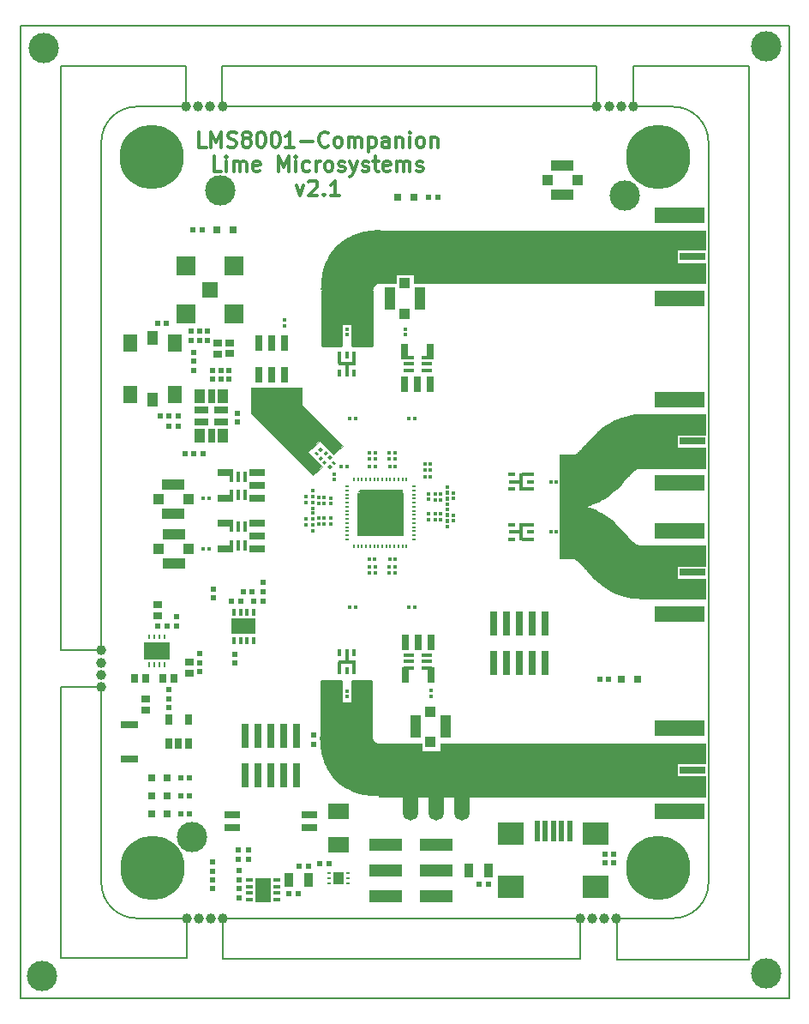
<source format=gts>
G04 (created by PCBNEW (2013-june-11)-stable) date Tue 10 Oct 2017 05:17:01 PM CEST*
%MOIN*%
G04 Gerber Fmt 3.4, Leading zero omitted, Abs format*
%FSLAX34Y34*%
G01*
G70*
G90*
G04 APERTURE LIST*
%ADD10C,0.00590551*%
%ADD11C,0.00787402*%
%ADD12C,0.011811*%
%ADD13C,0.0001*%
%ADD14C,0.0393701*%
%ADD15R,0.0291339X0.0944882*%
%ADD16R,0.0751968X0.0751968*%
%ADD17R,0.0598425X0.0598425*%
%ADD18R,0.0866142X0.0393701*%
%ADD19R,0.0393701X0.0393701*%
%ADD20R,0.0393701X0.0531496*%
%ADD21R,0.0275591X0.0531496*%
%ADD22R,0.0531496X0.0275591*%
%ADD23C,0.25*%
%ADD24R,0.023437X0.023437*%
%ADD25R,0.0314X0.0314*%
%ADD26R,0.0354X0.0551*%
%ADD27O,0.06X0.1179*%
%ADD28R,0.126X0.05*%
%ADD29R,0.0196X0.0787*%
%ADD30R,0.0984X0.0866*%
%ADD31R,0.0275591X0.0393701*%
%ADD32R,0.035337X0.031437*%
%ADD33R,0.031437X0.035337*%
%ADD34C,0.00984252*%
%ADD35R,0.00984252X0.015748*%
%ADD36R,0.1X0.0669291*%
%ADD37R,0.0129921X0.0102362*%
%ADD38R,0.0413386X0.0472441*%
%ADD39R,0.08X0.06*%
%ADD40R,0.0629921X0.0925197*%
%ADD41R,0.0255906X0.011811*%
%ADD42R,0.0925197X0.0629921*%
%ADD43R,0.011811X0.0255906*%
%ADD44R,0.055074X0.066974*%
%ADD45R,0.0433071X0.0551181*%
%ADD46R,0.0669291X0.0314961*%
%ADD47R,0.0591X0.0299*%
%ADD48R,0.0393701X0.0866142*%
%ADD49R,0.19685X0.0589*%
%ADD50R,0.0984252X0.0275*%
%ADD51R,0.011811X0.0137795*%
%ADD52R,0.0137795X0.011811*%
%ADD53O,0.015748X0.00787402*%
%ADD54R,0.00787402X0.00787402*%
%ADD55O,0.00787402X0.015748*%
%ADD56R,0.181102X0.169291*%
%ADD57R,0.169291X0.011811*%
%ADD58R,0.0299213X0.0649606*%
%ADD59R,0.0700787X0.0161417*%
%ADD60R,0.0141732X0.0279528*%
%ADD61R,0.0141732X0.05*%
%ADD62R,0.0393701X0.0137795*%
%ADD63R,0.0299X0.0649*%
%ADD64R,0.0161417X0.0700787*%
%ADD65R,0.0279528X0.0141732*%
%ADD66R,0.05X0.0141732*%
%ADD67R,0.0137795X0.0393701*%
%ADD68R,0.0649X0.0299*%
%ADD69C,0.11811*%
%ADD70C,3.93701e-05*%
%ADD71C,0.01*%
G04 APERTURE END LIST*
G54D10*
G54D11*
X40574Y-57658D02*
X40583Y-57658D01*
X40574Y-19850D02*
X40574Y-57658D01*
X40575Y-19849D02*
X40575Y-19862D01*
X70460Y-19849D02*
X40575Y-19849D01*
X70460Y-19868D02*
X70460Y-19849D01*
X70460Y-57658D02*
X70460Y-19868D01*
X40575Y-57658D02*
X70460Y-57658D01*
X68894Y-23267D02*
X68906Y-23267D01*
X68890Y-53390D02*
X68902Y-53390D01*
X43087Y-57659D02*
X43087Y-57647D01*
X40561Y-53217D02*
X40573Y-53217D01*
X40565Y-23094D02*
X40577Y-23094D01*
X68472Y-19849D02*
X68472Y-19861D01*
X44228Y-19839D02*
X44228Y-19851D01*
X42134Y-45546D02*
X42132Y-45546D01*
X42134Y-56091D02*
X42134Y-45546D01*
X47037Y-56091D02*
X42134Y-56091D01*
X42132Y-45546D02*
X42132Y-56028D01*
X42140Y-44129D02*
X42137Y-44129D01*
X42140Y-21415D02*
X42140Y-44129D01*
X47009Y-21415D02*
X42140Y-21415D01*
X48421Y-21415D02*
X48421Y-21427D01*
X62986Y-21415D02*
X48421Y-21415D01*
X64402Y-21424D02*
X64402Y-21430D01*
X68891Y-21424D02*
X64402Y-21424D01*
X68891Y-56132D02*
X68891Y-21424D01*
X68891Y-56134D02*
X63758Y-56134D01*
X68891Y-53037D02*
X68891Y-56134D01*
X48452Y-56093D02*
X48452Y-56096D01*
X62337Y-56110D02*
X48453Y-56110D01*
X63753Y-54537D02*
X63753Y-54539D01*
X65949Y-54537D02*
X63753Y-54537D01*
X48423Y-22989D02*
X48423Y-22991D01*
X62988Y-22989D02*
X48423Y-22989D01*
X64404Y-22993D02*
X64404Y-22989D01*
X65944Y-22993D02*
X64404Y-22993D01*
X47009Y-22991D02*
X45088Y-22991D01*
X47037Y-54537D02*
X47037Y-54538D01*
X45099Y-54537D02*
X47037Y-54537D01*
X63759Y-56135D02*
X63759Y-54560D01*
X62336Y-56109D02*
X62336Y-54534D01*
X62337Y-54539D02*
X54171Y-54539D01*
X63754Y-54538D02*
X63754Y-54539D01*
X62986Y-22990D02*
X62986Y-21415D01*
X64402Y-23001D02*
X64402Y-21426D01*
X64403Y-22990D02*
X64403Y-22989D01*
X48453Y-54536D02*
X48453Y-54537D01*
X59734Y-54536D02*
X48453Y-54536D01*
X43713Y-45545D02*
X43715Y-45545D01*
X43713Y-53156D02*
X43713Y-45545D01*
X43714Y-44133D02*
X43715Y-44133D01*
X43714Y-24370D02*
X43714Y-44133D01*
X48424Y-22992D02*
X48424Y-22991D01*
X43722Y-44129D02*
X42147Y-44129D01*
X43704Y-45546D02*
X42129Y-45546D01*
X47035Y-56091D02*
X47035Y-54516D01*
X48452Y-56109D02*
X48452Y-54534D01*
X48421Y-22997D02*
X48421Y-21422D01*
X47007Y-22992D02*
X47007Y-21417D01*
G54D12*
X47791Y-24564D02*
X47509Y-24564D01*
X47509Y-23973D01*
X47988Y-24564D02*
X47988Y-23973D01*
X48184Y-24395D01*
X48381Y-23973D01*
X48381Y-24564D01*
X48634Y-24535D02*
X48719Y-24564D01*
X48859Y-24564D01*
X48916Y-24535D01*
X48944Y-24507D01*
X48972Y-24451D01*
X48972Y-24395D01*
X48944Y-24339D01*
X48916Y-24310D01*
X48859Y-24282D01*
X48747Y-24254D01*
X48691Y-24226D01*
X48662Y-24198D01*
X48634Y-24142D01*
X48634Y-24085D01*
X48662Y-24029D01*
X48691Y-24001D01*
X48747Y-23973D01*
X48887Y-23973D01*
X48972Y-24001D01*
X49309Y-24226D02*
X49253Y-24198D01*
X49225Y-24170D01*
X49197Y-24114D01*
X49197Y-24085D01*
X49225Y-24029D01*
X49253Y-24001D01*
X49309Y-23973D01*
X49422Y-23973D01*
X49478Y-24001D01*
X49506Y-24029D01*
X49534Y-24085D01*
X49534Y-24114D01*
X49506Y-24170D01*
X49478Y-24198D01*
X49422Y-24226D01*
X49309Y-24226D01*
X49253Y-24254D01*
X49225Y-24282D01*
X49197Y-24339D01*
X49197Y-24451D01*
X49225Y-24507D01*
X49253Y-24535D01*
X49309Y-24564D01*
X49422Y-24564D01*
X49478Y-24535D01*
X49506Y-24507D01*
X49534Y-24451D01*
X49534Y-24339D01*
X49506Y-24282D01*
X49478Y-24254D01*
X49422Y-24226D01*
X49900Y-23973D02*
X49956Y-23973D01*
X50012Y-24001D01*
X50040Y-24029D01*
X50069Y-24085D01*
X50097Y-24198D01*
X50097Y-24339D01*
X50069Y-24451D01*
X50040Y-24507D01*
X50012Y-24535D01*
X49956Y-24564D01*
X49900Y-24564D01*
X49844Y-24535D01*
X49815Y-24507D01*
X49787Y-24451D01*
X49759Y-24339D01*
X49759Y-24198D01*
X49787Y-24085D01*
X49815Y-24029D01*
X49844Y-24001D01*
X49900Y-23973D01*
X50462Y-23973D02*
X50518Y-23973D01*
X50575Y-24001D01*
X50603Y-24029D01*
X50631Y-24085D01*
X50659Y-24198D01*
X50659Y-24339D01*
X50631Y-24451D01*
X50603Y-24507D01*
X50575Y-24535D01*
X50518Y-24564D01*
X50462Y-24564D01*
X50406Y-24535D01*
X50378Y-24507D01*
X50350Y-24451D01*
X50322Y-24339D01*
X50322Y-24198D01*
X50350Y-24085D01*
X50378Y-24029D01*
X50406Y-24001D01*
X50462Y-23973D01*
X51221Y-24564D02*
X50884Y-24564D01*
X51053Y-24564D02*
X51053Y-23973D01*
X50997Y-24057D01*
X50940Y-24114D01*
X50884Y-24142D01*
X51475Y-24339D02*
X51925Y-24339D01*
X52543Y-24507D02*
X52515Y-24535D01*
X52431Y-24564D01*
X52374Y-24564D01*
X52290Y-24535D01*
X52234Y-24479D01*
X52206Y-24423D01*
X52178Y-24310D01*
X52178Y-24226D01*
X52206Y-24114D01*
X52234Y-24057D01*
X52290Y-24001D01*
X52374Y-23973D01*
X52431Y-23973D01*
X52515Y-24001D01*
X52543Y-24029D01*
X52881Y-24564D02*
X52824Y-24535D01*
X52796Y-24507D01*
X52768Y-24451D01*
X52768Y-24282D01*
X52796Y-24226D01*
X52824Y-24198D01*
X52881Y-24170D01*
X52965Y-24170D01*
X53021Y-24198D01*
X53049Y-24226D01*
X53078Y-24282D01*
X53078Y-24451D01*
X53049Y-24507D01*
X53021Y-24535D01*
X52965Y-24564D01*
X52881Y-24564D01*
X53331Y-24564D02*
X53331Y-24170D01*
X53331Y-24226D02*
X53359Y-24198D01*
X53415Y-24170D01*
X53499Y-24170D01*
X53556Y-24198D01*
X53584Y-24254D01*
X53584Y-24564D01*
X53584Y-24254D02*
X53612Y-24198D01*
X53668Y-24170D01*
X53752Y-24170D01*
X53809Y-24198D01*
X53837Y-24254D01*
X53837Y-24564D01*
X54118Y-24170D02*
X54118Y-24760D01*
X54118Y-24198D02*
X54174Y-24170D01*
X54287Y-24170D01*
X54343Y-24198D01*
X54371Y-24226D01*
X54399Y-24282D01*
X54399Y-24451D01*
X54371Y-24507D01*
X54343Y-24535D01*
X54287Y-24564D01*
X54174Y-24564D01*
X54118Y-24535D01*
X54905Y-24564D02*
X54905Y-24254D01*
X54877Y-24198D01*
X54821Y-24170D01*
X54709Y-24170D01*
X54652Y-24198D01*
X54905Y-24535D02*
X54849Y-24564D01*
X54709Y-24564D01*
X54652Y-24535D01*
X54624Y-24479D01*
X54624Y-24423D01*
X54652Y-24367D01*
X54709Y-24339D01*
X54849Y-24339D01*
X54905Y-24310D01*
X55187Y-24170D02*
X55187Y-24564D01*
X55187Y-24226D02*
X55215Y-24198D01*
X55271Y-24170D01*
X55355Y-24170D01*
X55412Y-24198D01*
X55440Y-24254D01*
X55440Y-24564D01*
X55721Y-24564D02*
X55721Y-24170D01*
X55721Y-23973D02*
X55693Y-24001D01*
X55721Y-24029D01*
X55749Y-24001D01*
X55721Y-23973D01*
X55721Y-24029D01*
X56087Y-24564D02*
X56030Y-24535D01*
X56002Y-24507D01*
X55974Y-24451D01*
X55974Y-24282D01*
X56002Y-24226D01*
X56030Y-24198D01*
X56087Y-24170D01*
X56171Y-24170D01*
X56227Y-24198D01*
X56255Y-24226D01*
X56283Y-24282D01*
X56283Y-24451D01*
X56255Y-24507D01*
X56227Y-24535D01*
X56171Y-24564D01*
X56087Y-24564D01*
X56536Y-24170D02*
X56536Y-24564D01*
X56536Y-24226D02*
X56565Y-24198D01*
X56621Y-24170D01*
X56705Y-24170D01*
X56761Y-24198D01*
X56790Y-24254D01*
X56790Y-24564D01*
X48381Y-25508D02*
X48100Y-25508D01*
X48100Y-24918D01*
X48578Y-25508D02*
X48578Y-25115D01*
X48578Y-24918D02*
X48550Y-24946D01*
X48578Y-24974D01*
X48606Y-24946D01*
X48578Y-24918D01*
X48578Y-24974D01*
X48859Y-25508D02*
X48859Y-25115D01*
X48859Y-25171D02*
X48887Y-25143D01*
X48944Y-25115D01*
X49028Y-25115D01*
X49084Y-25143D01*
X49112Y-25199D01*
X49112Y-25508D01*
X49112Y-25199D02*
X49141Y-25143D01*
X49197Y-25115D01*
X49281Y-25115D01*
X49337Y-25143D01*
X49365Y-25199D01*
X49365Y-25508D01*
X49872Y-25480D02*
X49815Y-25508D01*
X49703Y-25508D01*
X49647Y-25480D01*
X49619Y-25424D01*
X49619Y-25199D01*
X49647Y-25143D01*
X49703Y-25115D01*
X49815Y-25115D01*
X49872Y-25143D01*
X49900Y-25199D01*
X49900Y-25255D01*
X49619Y-25312D01*
X50603Y-25508D02*
X50603Y-24918D01*
X50800Y-25340D01*
X50997Y-24918D01*
X50997Y-25508D01*
X51278Y-25508D02*
X51278Y-25115D01*
X51278Y-24918D02*
X51250Y-24946D01*
X51278Y-24974D01*
X51306Y-24946D01*
X51278Y-24918D01*
X51278Y-24974D01*
X51812Y-25480D02*
X51756Y-25508D01*
X51643Y-25508D01*
X51587Y-25480D01*
X51559Y-25452D01*
X51531Y-25396D01*
X51531Y-25227D01*
X51559Y-25171D01*
X51587Y-25143D01*
X51643Y-25115D01*
X51756Y-25115D01*
X51812Y-25143D01*
X52065Y-25508D02*
X52065Y-25115D01*
X52065Y-25227D02*
X52093Y-25171D01*
X52121Y-25143D01*
X52178Y-25115D01*
X52234Y-25115D01*
X52515Y-25508D02*
X52459Y-25480D01*
X52431Y-25452D01*
X52403Y-25396D01*
X52403Y-25227D01*
X52431Y-25171D01*
X52459Y-25143D01*
X52515Y-25115D01*
X52599Y-25115D01*
X52656Y-25143D01*
X52684Y-25171D01*
X52712Y-25227D01*
X52712Y-25396D01*
X52684Y-25452D01*
X52656Y-25480D01*
X52599Y-25508D01*
X52515Y-25508D01*
X52937Y-25480D02*
X52993Y-25508D01*
X53106Y-25508D01*
X53162Y-25480D01*
X53190Y-25424D01*
X53190Y-25396D01*
X53162Y-25340D01*
X53106Y-25312D01*
X53021Y-25312D01*
X52965Y-25283D01*
X52937Y-25227D01*
X52937Y-25199D01*
X52965Y-25143D01*
X53021Y-25115D01*
X53106Y-25115D01*
X53162Y-25143D01*
X53387Y-25115D02*
X53527Y-25508D01*
X53668Y-25115D02*
X53527Y-25508D01*
X53471Y-25649D01*
X53443Y-25677D01*
X53387Y-25705D01*
X53865Y-25480D02*
X53921Y-25508D01*
X54034Y-25508D01*
X54090Y-25480D01*
X54118Y-25424D01*
X54118Y-25396D01*
X54090Y-25340D01*
X54034Y-25312D01*
X53949Y-25312D01*
X53893Y-25283D01*
X53865Y-25227D01*
X53865Y-25199D01*
X53893Y-25143D01*
X53949Y-25115D01*
X54034Y-25115D01*
X54090Y-25143D01*
X54287Y-25115D02*
X54512Y-25115D01*
X54371Y-24918D02*
X54371Y-25424D01*
X54399Y-25480D01*
X54455Y-25508D01*
X54512Y-25508D01*
X54934Y-25480D02*
X54877Y-25508D01*
X54765Y-25508D01*
X54709Y-25480D01*
X54680Y-25424D01*
X54680Y-25199D01*
X54709Y-25143D01*
X54765Y-25115D01*
X54877Y-25115D01*
X54934Y-25143D01*
X54962Y-25199D01*
X54962Y-25255D01*
X54680Y-25312D01*
X55215Y-25508D02*
X55215Y-25115D01*
X55215Y-25171D02*
X55243Y-25143D01*
X55299Y-25115D01*
X55383Y-25115D01*
X55440Y-25143D01*
X55468Y-25199D01*
X55468Y-25508D01*
X55468Y-25199D02*
X55496Y-25143D01*
X55552Y-25115D01*
X55637Y-25115D01*
X55693Y-25143D01*
X55721Y-25199D01*
X55721Y-25508D01*
X55974Y-25480D02*
X56030Y-25508D01*
X56143Y-25508D01*
X56199Y-25480D01*
X56227Y-25424D01*
X56227Y-25396D01*
X56199Y-25340D01*
X56143Y-25312D01*
X56058Y-25312D01*
X56002Y-25283D01*
X55974Y-25227D01*
X55974Y-25199D01*
X56002Y-25143D01*
X56058Y-25115D01*
X56143Y-25115D01*
X56199Y-25143D01*
X51306Y-26060D02*
X51446Y-26453D01*
X51587Y-26060D01*
X51784Y-25919D02*
X51812Y-25891D01*
X51868Y-25863D01*
X52009Y-25863D01*
X52065Y-25891D01*
X52093Y-25919D01*
X52121Y-25975D01*
X52121Y-26031D01*
X52093Y-26116D01*
X51756Y-26453D01*
X52121Y-26453D01*
X52374Y-26397D02*
X52403Y-26425D01*
X52374Y-26453D01*
X52346Y-26425D01*
X52374Y-26397D01*
X52374Y-26453D01*
X52965Y-26453D02*
X52628Y-26453D01*
X52796Y-26453D02*
X52796Y-25863D01*
X52740Y-25947D01*
X52684Y-26003D01*
X52628Y-26031D01*
G54D11*
X43713Y-53157D02*
G75*
G03X45091Y-54535I1377J0D01*
G74*
G01*
X65950Y-54536D02*
G75*
G03X67328Y-53158I0J1377D01*
G74*
G01*
X45091Y-22991D02*
G75*
G03X43713Y-24369I0J-1377D01*
G74*
G01*
X67327Y-24370D02*
G75*
G03X65949Y-22992I-1377J0D01*
G74*
G01*
X67328Y-24372D02*
X67328Y-53149D01*
G54D13*
G36*
X54545Y-49795D02*
X54490Y-49795D01*
X54465Y-49794D01*
X54438Y-49793D01*
X54411Y-49793D01*
X54387Y-49792D01*
X54382Y-49791D01*
X54252Y-49783D01*
X54128Y-49770D01*
X54008Y-49753D01*
X53892Y-49731D01*
X53780Y-49705D01*
X53672Y-49675D01*
X53568Y-49640D01*
X53466Y-49600D01*
X53368Y-49556D01*
X53307Y-49525D01*
X53207Y-49470D01*
X53111Y-49409D01*
X53020Y-49343D01*
X52933Y-49273D01*
X52851Y-49198D01*
X52773Y-49119D01*
X52701Y-49035D01*
X52633Y-48946D01*
X52570Y-48853D01*
X52512Y-48757D01*
X52460Y-48655D01*
X52412Y-48550D01*
X52369Y-48442D01*
X52332Y-48329D01*
X52300Y-48212D01*
X52287Y-48157D01*
X52264Y-48039D01*
X52245Y-47917D01*
X52231Y-47792D01*
X52222Y-47664D01*
X52218Y-47533D01*
X52218Y-47529D01*
X52217Y-47479D01*
X52232Y-47477D01*
X52236Y-47477D01*
X52247Y-47477D01*
X52264Y-47476D01*
X52287Y-47476D01*
X52315Y-47476D01*
X52349Y-47476D01*
X52388Y-47476D01*
X52432Y-47476D01*
X52481Y-47476D01*
X52533Y-47475D01*
X52590Y-47475D01*
X52651Y-47475D01*
X52715Y-47475D01*
X52782Y-47475D01*
X52852Y-47475D01*
X52926Y-47475D01*
X53001Y-47475D01*
X53079Y-47475D01*
X53159Y-47475D01*
X53240Y-47475D01*
X53255Y-47475D01*
X54265Y-47475D01*
X54267Y-47491D01*
X54276Y-47533D01*
X54291Y-47574D01*
X54312Y-47612D01*
X54337Y-47647D01*
X54367Y-47678D01*
X54401Y-47705D01*
X54433Y-47723D01*
X54452Y-47732D01*
X54472Y-47739D01*
X54492Y-47745D01*
X54510Y-47750D01*
X54524Y-47752D01*
X54526Y-47752D01*
X54534Y-47752D01*
X54540Y-47754D01*
X54541Y-47754D01*
X54541Y-47756D01*
X54541Y-47758D01*
X54542Y-47763D01*
X54542Y-47768D01*
X54543Y-47776D01*
X54543Y-47785D01*
X54543Y-47797D01*
X54544Y-47811D01*
X54544Y-47828D01*
X54544Y-47848D01*
X54544Y-47871D01*
X54544Y-47897D01*
X54545Y-47927D01*
X54545Y-47961D01*
X54545Y-47998D01*
X54545Y-48040D01*
X54545Y-48086D01*
X54545Y-48137D01*
X54545Y-48193D01*
X54545Y-48253D01*
X54545Y-48319D01*
X54545Y-48391D01*
X54545Y-48468D01*
X54545Y-48551D01*
X54545Y-48640D01*
X54545Y-48736D01*
X54545Y-48775D01*
X54545Y-49795D01*
X54545Y-49795D01*
X54545Y-49795D01*
G37*
G36*
X61978Y-38465D02*
X61972Y-38465D01*
X61972Y-38465D01*
X61972Y-38469D01*
X61972Y-38478D01*
X61971Y-38494D01*
X61971Y-38516D01*
X61971Y-38543D01*
X61971Y-38575D01*
X61971Y-38612D01*
X61971Y-38653D01*
X61971Y-38699D01*
X61970Y-38748D01*
X61970Y-38802D01*
X61970Y-38858D01*
X61970Y-38917D01*
X61970Y-38979D01*
X61970Y-39044D01*
X61970Y-39110D01*
X61970Y-39178D01*
X61970Y-39248D01*
X61970Y-39319D01*
X61970Y-39390D01*
X61970Y-39462D01*
X61970Y-39534D01*
X61970Y-39606D01*
X61970Y-39678D01*
X61970Y-39749D01*
X61970Y-39819D01*
X61970Y-39888D01*
X61970Y-39955D01*
X61970Y-40019D01*
X61970Y-40082D01*
X61970Y-40142D01*
X61970Y-40200D01*
X61970Y-40254D01*
X61970Y-40304D01*
X61970Y-40351D01*
X61971Y-40394D01*
X61971Y-40432D01*
X61971Y-40465D01*
X61971Y-40494D01*
X61971Y-40517D01*
X61971Y-40534D01*
X61972Y-40545D01*
X61972Y-40551D01*
X61972Y-40551D01*
X61976Y-40552D01*
X61985Y-40553D01*
X61990Y-40553D01*
X62004Y-40554D01*
X62023Y-40556D01*
X62044Y-40560D01*
X62065Y-40564D01*
X62083Y-40569D01*
X62086Y-40570D01*
X62115Y-40580D01*
X62145Y-40594D01*
X62177Y-40613D01*
X62211Y-40637D01*
X62240Y-40659D01*
X62257Y-40674D01*
X62278Y-40693D01*
X62303Y-40717D01*
X62331Y-40744D01*
X62362Y-40776D01*
X62396Y-40810D01*
X62431Y-40848D01*
X62468Y-40888D01*
X62507Y-40930D01*
X62547Y-40974D01*
X62560Y-40988D01*
X62611Y-41045D01*
X62658Y-41097D01*
X62702Y-41145D01*
X62742Y-41189D01*
X62780Y-41229D01*
X62816Y-41267D01*
X62850Y-41301D01*
X62882Y-41334D01*
X62913Y-41365D01*
X62944Y-41394D01*
X62974Y-41422D01*
X63005Y-41450D01*
X63020Y-41463D01*
X63123Y-41552D01*
X63229Y-41634D01*
X63336Y-41709D01*
X63444Y-41778D01*
X63555Y-41841D01*
X63667Y-41897D01*
X63780Y-41947D01*
X63840Y-41971D01*
X63957Y-42012D01*
X64078Y-42046D01*
X64201Y-42075D01*
X64325Y-42098D01*
X64451Y-42115D01*
X64579Y-42126D01*
X64648Y-42129D01*
X64720Y-42131D01*
X64720Y-41087D01*
X64720Y-40043D01*
X64707Y-40043D01*
X64678Y-40041D01*
X64646Y-40036D01*
X64613Y-40029D01*
X64582Y-40019D01*
X64557Y-40009D01*
X64537Y-39999D01*
X64517Y-39988D01*
X64497Y-39975D01*
X64476Y-39961D01*
X64454Y-39944D01*
X64431Y-39925D01*
X64406Y-39903D01*
X64379Y-39878D01*
X64350Y-39850D01*
X64319Y-39818D01*
X64284Y-39782D01*
X64247Y-39742D01*
X64207Y-39698D01*
X64162Y-39650D01*
X64123Y-39606D01*
X64073Y-39551D01*
X64027Y-39500D01*
X63985Y-39453D01*
X63945Y-39411D01*
X63908Y-39371D01*
X63874Y-39335D01*
X63841Y-39301D01*
X63810Y-39270D01*
X63780Y-39240D01*
X63750Y-39212D01*
X63721Y-39184D01*
X63692Y-39157D01*
X63662Y-39130D01*
X63660Y-39128D01*
X63568Y-39050D01*
X63473Y-38975D01*
X63377Y-38906D01*
X63279Y-38841D01*
X63181Y-38782D01*
X63082Y-38730D01*
X63049Y-38713D01*
X62936Y-38662D01*
X62822Y-38616D01*
X62708Y-38577D01*
X62591Y-38544D01*
X62473Y-38517D01*
X62351Y-38495D01*
X62226Y-38479D01*
X62180Y-38475D01*
X62162Y-38473D01*
X62141Y-38472D01*
X62118Y-38470D01*
X62094Y-38469D01*
X62070Y-38468D01*
X62046Y-38467D01*
X62024Y-38466D01*
X62005Y-38465D01*
X61989Y-38465D01*
X61978Y-38465D01*
X61978Y-38465D01*
X61978Y-38465D01*
G37*
G36*
X61993Y-38612D02*
X61987Y-38612D01*
X61987Y-38612D01*
X61987Y-38608D01*
X61987Y-38599D01*
X61986Y-38583D01*
X61986Y-38561D01*
X61986Y-38534D01*
X61986Y-38502D01*
X61986Y-38465D01*
X61986Y-38424D01*
X61986Y-38378D01*
X61985Y-38329D01*
X61985Y-38275D01*
X61985Y-38219D01*
X61985Y-38160D01*
X61985Y-38098D01*
X61985Y-38033D01*
X61985Y-37967D01*
X61985Y-37899D01*
X61985Y-37829D01*
X61985Y-37758D01*
X61985Y-37687D01*
X61985Y-37615D01*
X61985Y-37543D01*
X61985Y-37471D01*
X61985Y-37399D01*
X61985Y-37328D01*
X61985Y-37258D01*
X61985Y-37189D01*
X61985Y-37122D01*
X61985Y-37058D01*
X61985Y-36995D01*
X61985Y-36935D01*
X61985Y-36877D01*
X61985Y-36823D01*
X61985Y-36773D01*
X61985Y-36726D01*
X61986Y-36683D01*
X61986Y-36645D01*
X61986Y-36612D01*
X61986Y-36583D01*
X61986Y-36560D01*
X61986Y-36543D01*
X61987Y-36532D01*
X61987Y-36526D01*
X61987Y-36526D01*
X61991Y-36525D01*
X62000Y-36524D01*
X62005Y-36524D01*
X62019Y-36523D01*
X62038Y-36521D01*
X62059Y-36517D01*
X62080Y-36513D01*
X62098Y-36508D01*
X62101Y-36507D01*
X62130Y-36497D01*
X62160Y-36483D01*
X62192Y-36464D01*
X62226Y-36440D01*
X62255Y-36418D01*
X62272Y-36403D01*
X62293Y-36384D01*
X62318Y-36360D01*
X62346Y-36333D01*
X62377Y-36301D01*
X62411Y-36267D01*
X62446Y-36229D01*
X62483Y-36189D01*
X62522Y-36147D01*
X62562Y-36103D01*
X62575Y-36089D01*
X62626Y-36032D01*
X62673Y-35980D01*
X62717Y-35932D01*
X62757Y-35888D01*
X62795Y-35848D01*
X62831Y-35810D01*
X62865Y-35776D01*
X62897Y-35743D01*
X62928Y-35712D01*
X62959Y-35683D01*
X62989Y-35655D01*
X63020Y-35627D01*
X63035Y-35614D01*
X63138Y-35525D01*
X63244Y-35443D01*
X63351Y-35368D01*
X63459Y-35299D01*
X63570Y-35236D01*
X63682Y-35180D01*
X63795Y-35130D01*
X63855Y-35106D01*
X63972Y-35065D01*
X64093Y-35031D01*
X64216Y-35002D01*
X64340Y-34979D01*
X64466Y-34962D01*
X64594Y-34951D01*
X64663Y-34948D01*
X64735Y-34946D01*
X64735Y-35990D01*
X64735Y-37034D01*
X64722Y-37034D01*
X64693Y-37036D01*
X64661Y-37041D01*
X64628Y-37048D01*
X64597Y-37058D01*
X64572Y-37068D01*
X64552Y-37078D01*
X64532Y-37089D01*
X64512Y-37102D01*
X64491Y-37116D01*
X64469Y-37133D01*
X64446Y-37152D01*
X64421Y-37174D01*
X64394Y-37199D01*
X64365Y-37227D01*
X64334Y-37259D01*
X64299Y-37295D01*
X64262Y-37335D01*
X64222Y-37379D01*
X64177Y-37427D01*
X64138Y-37471D01*
X64088Y-37526D01*
X64042Y-37577D01*
X64000Y-37624D01*
X63960Y-37666D01*
X63923Y-37706D01*
X63889Y-37742D01*
X63856Y-37776D01*
X63825Y-37807D01*
X63795Y-37837D01*
X63765Y-37865D01*
X63736Y-37893D01*
X63707Y-37920D01*
X63677Y-37947D01*
X63675Y-37949D01*
X63583Y-38027D01*
X63488Y-38102D01*
X63392Y-38171D01*
X63294Y-38236D01*
X63196Y-38295D01*
X63097Y-38347D01*
X63064Y-38364D01*
X62951Y-38415D01*
X62837Y-38461D01*
X62723Y-38500D01*
X62606Y-38533D01*
X62488Y-38560D01*
X62366Y-38582D01*
X62241Y-38598D01*
X62195Y-38602D01*
X62177Y-38604D01*
X62156Y-38605D01*
X62133Y-38607D01*
X62109Y-38608D01*
X62085Y-38609D01*
X62061Y-38610D01*
X62039Y-38611D01*
X62020Y-38612D01*
X62004Y-38612D01*
X61993Y-38612D01*
X61993Y-38612D01*
X61993Y-38612D01*
G37*
G36*
X52254Y-30119D02*
X52254Y-30064D01*
X52255Y-30039D01*
X52256Y-30012D01*
X52256Y-29985D01*
X52257Y-29961D01*
X52258Y-29956D01*
X52266Y-29826D01*
X52279Y-29702D01*
X52296Y-29582D01*
X52318Y-29466D01*
X52344Y-29354D01*
X52374Y-29246D01*
X52409Y-29142D01*
X52449Y-29040D01*
X52493Y-28942D01*
X52524Y-28881D01*
X52579Y-28781D01*
X52640Y-28685D01*
X52706Y-28594D01*
X52776Y-28507D01*
X52851Y-28425D01*
X52930Y-28347D01*
X53014Y-28275D01*
X53103Y-28207D01*
X53196Y-28144D01*
X53292Y-28086D01*
X53394Y-28034D01*
X53499Y-27986D01*
X53607Y-27943D01*
X53720Y-27906D01*
X53837Y-27874D01*
X53892Y-27861D01*
X54010Y-27838D01*
X54132Y-27819D01*
X54257Y-27805D01*
X54385Y-27796D01*
X54516Y-27792D01*
X54520Y-27792D01*
X54570Y-27791D01*
X54572Y-27806D01*
X54572Y-27810D01*
X54572Y-27821D01*
X54573Y-27838D01*
X54573Y-27861D01*
X54573Y-27889D01*
X54573Y-27923D01*
X54573Y-27962D01*
X54573Y-28006D01*
X54573Y-28055D01*
X54574Y-28107D01*
X54574Y-28164D01*
X54574Y-28225D01*
X54574Y-28289D01*
X54574Y-28356D01*
X54574Y-28426D01*
X54574Y-28500D01*
X54574Y-28575D01*
X54574Y-28653D01*
X54574Y-28733D01*
X54574Y-28814D01*
X54574Y-28829D01*
X54574Y-29839D01*
X54558Y-29841D01*
X54516Y-29850D01*
X54475Y-29865D01*
X54437Y-29886D01*
X54402Y-29911D01*
X54371Y-29941D01*
X54344Y-29975D01*
X54326Y-30007D01*
X54317Y-30026D01*
X54310Y-30046D01*
X54304Y-30066D01*
X54299Y-30084D01*
X54297Y-30098D01*
X54297Y-30100D01*
X54297Y-30108D01*
X54295Y-30114D01*
X54295Y-30115D01*
X54293Y-30115D01*
X54291Y-30115D01*
X54286Y-30116D01*
X54281Y-30116D01*
X54273Y-30117D01*
X54264Y-30117D01*
X54252Y-30117D01*
X54238Y-30118D01*
X54221Y-30118D01*
X54201Y-30118D01*
X54178Y-30118D01*
X54152Y-30118D01*
X54122Y-30119D01*
X54088Y-30119D01*
X54051Y-30119D01*
X54009Y-30119D01*
X53963Y-30119D01*
X53912Y-30119D01*
X53856Y-30119D01*
X53796Y-30119D01*
X53730Y-30119D01*
X53658Y-30119D01*
X53581Y-30119D01*
X53498Y-30119D01*
X53409Y-30119D01*
X53313Y-30119D01*
X53274Y-30119D01*
X52254Y-30119D01*
X52254Y-30119D01*
X52254Y-30119D01*
G37*
G54D14*
X62810Y-54539D03*
X62338Y-54539D03*
X63282Y-54539D03*
X63754Y-54539D03*
X64403Y-22989D03*
X63931Y-22989D03*
X62987Y-22989D03*
X63459Y-22989D03*
X48453Y-54537D03*
X47981Y-54537D03*
X47037Y-54537D03*
X47509Y-54537D03*
X47480Y-22991D03*
X47008Y-22991D03*
X47952Y-22991D03*
X48424Y-22991D03*
X43716Y-44601D03*
X43716Y-44129D03*
X43716Y-45073D03*
X43716Y-45545D03*
G54D15*
X51309Y-47441D03*
X51309Y-48976D03*
X50809Y-47441D03*
X50809Y-48976D03*
X50309Y-47441D03*
X50309Y-48976D03*
X49809Y-47441D03*
X49809Y-48976D03*
X49309Y-47441D03*
X49309Y-48976D03*
G54D16*
X48860Y-31040D03*
X48860Y-29174D03*
G54D17*
X47927Y-30107D03*
G54D16*
X46994Y-29174D03*
X46994Y-31040D03*
G54D18*
X61649Y-26409D03*
X61649Y-25267D03*
G54D19*
X62240Y-25838D03*
X61059Y-25838D03*
G54D20*
X47543Y-35775D03*
X47543Y-34259D03*
X48449Y-35775D03*
X48449Y-34259D03*
G54D21*
X47996Y-35775D03*
G54D22*
X47612Y-35253D03*
X47612Y-34781D03*
X48380Y-34777D03*
X48380Y-35253D03*
G54D21*
X47998Y-34259D03*
G54D23*
X45694Y-52573D03*
X65381Y-52572D03*
G54D24*
X63094Y-45234D03*
X63448Y-45234D03*
G54D25*
X64580Y-45237D03*
X63950Y-45237D03*
G54D26*
X58764Y-52669D03*
X58014Y-52669D03*
G54D24*
X58759Y-53200D03*
X58405Y-53200D03*
X63301Y-52390D03*
X63655Y-52390D03*
X63301Y-52057D03*
X63655Y-52057D03*
X47151Y-49086D03*
X46797Y-49086D03*
X47151Y-50483D03*
X46797Y-50483D03*
X47151Y-49794D03*
X46797Y-49794D03*
G54D27*
X57734Y-50153D03*
X55734Y-50153D03*
X56734Y-50153D03*
G54D28*
X56743Y-53673D03*
X56743Y-52673D03*
X56743Y-51673D03*
X54774Y-53673D03*
X54774Y-52673D03*
X54774Y-51673D03*
G54D29*
X60664Y-51133D03*
X60979Y-51133D03*
X61293Y-51133D03*
X61607Y-51133D03*
X61922Y-51133D03*
G54D30*
X62946Y-53317D03*
X59640Y-53317D03*
X59640Y-51231D03*
X62946Y-51231D03*
G54D25*
X45656Y-49086D03*
X46286Y-49086D03*
X45656Y-49794D03*
X46286Y-49794D03*
X45656Y-50483D03*
X46286Y-50483D03*
G54D31*
X46342Y-46807D03*
X47090Y-46807D03*
X47090Y-47751D03*
X46342Y-47751D03*
X46716Y-47751D03*
G54D24*
X48070Y-41732D03*
X48070Y-42086D03*
X48042Y-52715D03*
X48042Y-52361D03*
X51757Y-52515D03*
X51403Y-52515D03*
X49058Y-53395D03*
X49058Y-53749D03*
X48042Y-53039D03*
X48042Y-53393D03*
X49577Y-41839D03*
X49223Y-41839D03*
X46343Y-46001D03*
X46343Y-46355D03*
X46343Y-46000D03*
X46343Y-45646D03*
X47555Y-44597D03*
X47555Y-44951D03*
X47555Y-44597D03*
X47555Y-44243D03*
X46633Y-42823D03*
X46633Y-43177D03*
X45913Y-43177D03*
X46267Y-43177D03*
X49989Y-41843D03*
X49989Y-41489D03*
X49130Y-42227D03*
X48776Y-42227D03*
X51005Y-53572D03*
X51359Y-53572D03*
X49062Y-53045D03*
X49062Y-52691D03*
X49635Y-42223D03*
X49989Y-42223D03*
G54D32*
X45913Y-42359D03*
X45913Y-42789D03*
G54D33*
X46526Y-45200D03*
X46096Y-45200D03*
G54D32*
X47129Y-44592D03*
X47129Y-45022D03*
X45444Y-46005D03*
X45444Y-46435D03*
G54D33*
X45423Y-45208D03*
X44993Y-45208D03*
G54D26*
X51762Y-53047D03*
X51012Y-53047D03*
G54D34*
X45770Y-43654D03*
G54D35*
X45770Y-43575D03*
X45573Y-43575D03*
G54D34*
X45573Y-43654D03*
X45967Y-43654D03*
G54D35*
X45967Y-43575D03*
X46164Y-43575D03*
G54D34*
X46164Y-43654D03*
X46164Y-44619D03*
G54D35*
X46164Y-44697D03*
X45967Y-44697D03*
G54D34*
X45967Y-44619D03*
X45573Y-44619D03*
G54D35*
X45573Y-44697D03*
X45770Y-44697D03*
G54D34*
X45770Y-44619D03*
G54D36*
X45868Y-44136D03*
G54D37*
X53303Y-53175D03*
X53303Y-52978D03*
X53303Y-52781D03*
X52566Y-52781D03*
X52566Y-52978D03*
X52566Y-53175D03*
G54D38*
X52935Y-52978D03*
G54D39*
X52937Y-51669D03*
X52937Y-50369D03*
G54D40*
X50009Y-53431D03*
G54D41*
X50550Y-53559D03*
X50550Y-53303D03*
X50550Y-53047D03*
X50550Y-53815D03*
X49468Y-53815D03*
X49468Y-53047D03*
X49468Y-53303D03*
X49468Y-53559D03*
G54D42*
X49254Y-43192D03*
G54D43*
X49127Y-43733D03*
X49382Y-43733D03*
X49638Y-43733D03*
X48870Y-43733D03*
X48870Y-42650D03*
X49638Y-42650D03*
X49382Y-42650D03*
X49127Y-42650D03*
G54D44*
X44844Y-34173D03*
X44844Y-32173D03*
X46576Y-32173D03*
X46576Y-34173D03*
G54D45*
X45710Y-31972D03*
X45710Y-34373D03*
G54D32*
X48696Y-32596D03*
X48696Y-32166D03*
X48244Y-32604D03*
X48244Y-32174D03*
G54D24*
X46253Y-31417D03*
X45899Y-31417D03*
X47203Y-32080D03*
X47203Y-31726D03*
X47854Y-31726D03*
X47854Y-32080D03*
X47525Y-31726D03*
X47525Y-32080D03*
X47297Y-32889D03*
X47297Y-32535D03*
X48673Y-33594D03*
X48673Y-33240D03*
X48358Y-33240D03*
X48358Y-33594D03*
X48043Y-33240D03*
X48043Y-33594D03*
X46958Y-36467D03*
X47312Y-36467D03*
X46348Y-35023D03*
X45994Y-35023D03*
X47666Y-36465D03*
X47312Y-36465D03*
X49014Y-35253D03*
X49014Y-34899D03*
X46348Y-35023D03*
X46702Y-35023D03*
X47297Y-33243D03*
X47297Y-32889D03*
X46698Y-35419D03*
X46344Y-35419D03*
X56791Y-26501D03*
X56437Y-26501D03*
G54D25*
X55236Y-26503D03*
X55866Y-26503D03*
G54D24*
X49055Y-51889D03*
X49055Y-52243D03*
X49425Y-51889D03*
X49425Y-52243D03*
G54D46*
X44810Y-48359D03*
X44810Y-47020D03*
G54D47*
X51807Y-51015D03*
X51807Y-50515D03*
X48815Y-50515D03*
X48815Y-51015D03*
G54D23*
X45676Y-24956D03*
X65363Y-24955D03*
G54D18*
X46528Y-39607D03*
X46528Y-40748D03*
G54D19*
X45937Y-40178D03*
X47118Y-40178D03*
G54D48*
X56091Y-30441D03*
X54950Y-30441D03*
G54D19*
X55521Y-29850D03*
X55521Y-31031D03*
G54D48*
X55950Y-47093D03*
X57091Y-47093D03*
G54D19*
X56521Y-47683D03*
X56521Y-46502D03*
G54D49*
X66221Y-27201D03*
X66221Y-30430D03*
G54D50*
X66713Y-28816D03*
G54D18*
X46520Y-37668D03*
X46520Y-38809D03*
G54D19*
X45929Y-38239D03*
X47110Y-38239D03*
G54D51*
X55144Y-36995D03*
X54927Y-36995D03*
G54D52*
X55147Y-36672D03*
X55147Y-36455D03*
X54915Y-36670D03*
X54915Y-36453D03*
G54D51*
X54356Y-36993D03*
X54139Y-36993D03*
G54D52*
X54365Y-36671D03*
X54365Y-36454D03*
X54130Y-36672D03*
X54130Y-36455D03*
G54D10*
G36*
X52095Y-36550D02*
X51997Y-36452D01*
X52081Y-36369D01*
X52178Y-36466D01*
X52095Y-36550D01*
X52095Y-36550D01*
G37*
G36*
X52248Y-36397D02*
X52150Y-36299D01*
X52234Y-36216D01*
X52331Y-36313D01*
X52248Y-36397D01*
X52248Y-36397D01*
G37*
G36*
X52482Y-36813D02*
X52385Y-36911D01*
X52301Y-36827D01*
X52399Y-36730D01*
X52482Y-36813D01*
X52482Y-36813D01*
G37*
G36*
X52329Y-36660D02*
X52232Y-36758D01*
X52148Y-36674D01*
X52246Y-36577D01*
X52329Y-36660D01*
X52329Y-36660D01*
G37*
G36*
X52691Y-36602D02*
X52594Y-36700D01*
X52510Y-36616D01*
X52608Y-36519D01*
X52691Y-36602D01*
X52691Y-36602D01*
G37*
G36*
X52538Y-36449D02*
X52441Y-36547D01*
X52357Y-36463D01*
X52455Y-36366D01*
X52538Y-36449D01*
X52538Y-36449D01*
G37*
G36*
X52615Y-37069D02*
X52517Y-36971D01*
X52601Y-36888D01*
X52698Y-36985D01*
X52615Y-37069D01*
X52615Y-37069D01*
G37*
G36*
X52768Y-36916D02*
X52670Y-36818D01*
X52754Y-36735D01*
X52851Y-36832D01*
X52768Y-36916D01*
X52768Y-36916D01*
G37*
G54D52*
X52771Y-37278D03*
X52771Y-37495D03*
G54D51*
X53043Y-36993D03*
X53260Y-36993D03*
X55902Y-35120D03*
X55685Y-35120D03*
X53597Y-35120D03*
X53380Y-35120D03*
G54D53*
X53262Y-37756D03*
X53262Y-37914D03*
X53262Y-38071D03*
X53262Y-38229D03*
X53262Y-38386D03*
X53262Y-38544D03*
X53262Y-38701D03*
X53262Y-38859D03*
X53262Y-39016D03*
X53262Y-39174D03*
X53262Y-39331D03*
X53262Y-39489D03*
X53262Y-39646D03*
X53262Y-39804D03*
G54D54*
X53223Y-37756D03*
X53223Y-37914D03*
X53223Y-38071D03*
X53223Y-38229D03*
X53223Y-38386D03*
X53223Y-38544D03*
X53223Y-38701D03*
X53223Y-38859D03*
X53223Y-39016D03*
X53223Y-39174D03*
X53223Y-39331D03*
X53223Y-39489D03*
X53223Y-39646D03*
X53223Y-39804D03*
X53537Y-40119D03*
X53695Y-40119D03*
X53852Y-40119D03*
X54010Y-40119D03*
X54167Y-40119D03*
X54325Y-40119D03*
X54482Y-40119D03*
X54640Y-40119D03*
X54797Y-40119D03*
X54955Y-40119D03*
X55112Y-40119D03*
X55270Y-40119D03*
X55427Y-40119D03*
X55585Y-40119D03*
X55900Y-39804D03*
X55900Y-39646D03*
X55900Y-39489D03*
X55900Y-39331D03*
X55900Y-39174D03*
X55900Y-39016D03*
X55900Y-38859D03*
X55900Y-38701D03*
X55900Y-38544D03*
X55900Y-38386D03*
X55900Y-38229D03*
X55900Y-38071D03*
X55900Y-37914D03*
X55900Y-37756D03*
X55585Y-37441D03*
X55427Y-37441D03*
X55270Y-37441D03*
X55112Y-37441D03*
X54955Y-37441D03*
X54797Y-37441D03*
X54640Y-37441D03*
X54482Y-37441D03*
X54325Y-37441D03*
X54167Y-37441D03*
X54010Y-37441D03*
X53852Y-37441D03*
X53695Y-37441D03*
X53537Y-37441D03*
G54D55*
X53537Y-40079D03*
X53695Y-40079D03*
X53852Y-40079D03*
X54010Y-40079D03*
X54167Y-40079D03*
X54325Y-40079D03*
X54482Y-40079D03*
X54640Y-40079D03*
X54797Y-40079D03*
X54955Y-40079D03*
X55112Y-40079D03*
X55270Y-40079D03*
X55427Y-40079D03*
X55585Y-40079D03*
G54D53*
X55860Y-39804D03*
X55860Y-39646D03*
X55860Y-39489D03*
X55860Y-39331D03*
X55860Y-39174D03*
X55860Y-39016D03*
X55860Y-38859D03*
X55860Y-38701D03*
X55860Y-38544D03*
X55860Y-38386D03*
X55860Y-38229D03*
X55860Y-38071D03*
X55860Y-37914D03*
X55860Y-37756D03*
G54D55*
X55585Y-37481D03*
X55427Y-37481D03*
X55270Y-37481D03*
X55112Y-37481D03*
X54955Y-37481D03*
X54797Y-37481D03*
X54640Y-37481D03*
X54482Y-37481D03*
X54325Y-37481D03*
X54167Y-37481D03*
X54010Y-37481D03*
X53852Y-37481D03*
X53695Y-37481D03*
X53537Y-37481D03*
G54D56*
X54561Y-38839D03*
G54D57*
X54620Y-37934D03*
G54D10*
G36*
X53656Y-37993D02*
X53774Y-37874D01*
X53852Y-37874D01*
X53971Y-37993D01*
X53656Y-37993D01*
X53656Y-37993D01*
G37*
G54D52*
X51923Y-39026D03*
X51923Y-39243D03*
X51923Y-38160D03*
X51923Y-38376D03*
G54D51*
X56520Y-37126D03*
X56303Y-37126D03*
X56520Y-37363D03*
X56303Y-37363D03*
X56520Y-36890D03*
X56303Y-36890D03*
G54D52*
X51687Y-39243D03*
X51687Y-39026D03*
X51923Y-39262D03*
X51923Y-39479D03*
X51923Y-38790D03*
X51923Y-39006D03*
G54D51*
X52169Y-39213D03*
X52386Y-39213D03*
X52169Y-38977D03*
X52386Y-38977D03*
G54D52*
X52632Y-38987D03*
X52632Y-39203D03*
X51687Y-38376D03*
X51687Y-38160D03*
X51923Y-38396D03*
X51923Y-38613D03*
X51923Y-37924D03*
X51923Y-38140D03*
G54D51*
X52169Y-38426D03*
X52386Y-38426D03*
X52169Y-38189D03*
X52386Y-38189D03*
G54D52*
X52632Y-38199D03*
X52632Y-38416D03*
G54D58*
X50846Y-33426D03*
X49846Y-33426D03*
X50846Y-32174D03*
X49846Y-32174D03*
X50346Y-32174D03*
X50346Y-33426D03*
G54D52*
X50847Y-31281D03*
X50847Y-31498D03*
G54D51*
X54924Y-40567D03*
X55141Y-40567D03*
X55683Y-42440D03*
X55900Y-42440D03*
X53378Y-42440D03*
X53595Y-42440D03*
X54136Y-40565D03*
X54353Y-40565D03*
G54D52*
X54364Y-40889D03*
X54364Y-41106D03*
X54132Y-40887D03*
X54132Y-41104D03*
X54914Y-40888D03*
X54914Y-41105D03*
X55149Y-40887D03*
X55149Y-41104D03*
X57159Y-37981D03*
X57159Y-37764D03*
X57160Y-38455D03*
X57160Y-38238D03*
G54D51*
X56914Y-38033D03*
X56697Y-38033D03*
G54D52*
X57160Y-38219D03*
X57160Y-38002D03*
X57160Y-39086D03*
X57160Y-38869D03*
X57396Y-38002D03*
X57396Y-38219D03*
G54D51*
X56914Y-38269D03*
X56697Y-38269D03*
G54D52*
X56451Y-38259D03*
X56451Y-38042D03*
G54D51*
X56698Y-39056D03*
X56915Y-39056D03*
G54D52*
X56451Y-39046D03*
X56451Y-38829D03*
G54D51*
X56698Y-38820D03*
X56915Y-38820D03*
G54D52*
X57160Y-39322D03*
X57160Y-39105D03*
X57160Y-38849D03*
X57160Y-38632D03*
X57397Y-38868D03*
X57397Y-39085D03*
G54D59*
X53263Y-44566D03*
G54D60*
X53542Y-44206D03*
G54D61*
X53263Y-44316D03*
G54D60*
X52983Y-44206D03*
G54D61*
X52983Y-44816D03*
G54D60*
X53263Y-44926D03*
G54D61*
X53542Y-44816D03*
G54D52*
X55524Y-31851D03*
X55524Y-31635D03*
G54D62*
X55664Y-32730D03*
X55664Y-32986D03*
X55664Y-33241D03*
X56373Y-33241D03*
X56373Y-32986D03*
X56373Y-32730D03*
G54D52*
X53261Y-31858D03*
X53261Y-31641D03*
G54D63*
X56518Y-33765D03*
X56018Y-33765D03*
X55518Y-33765D03*
X55518Y-32514D03*
X56518Y-32514D03*
G54D59*
X53264Y-32990D03*
G54D60*
X52985Y-33351D03*
G54D61*
X53264Y-33240D03*
G54D60*
X53544Y-33351D03*
G54D61*
X53544Y-32740D03*
G54D60*
X53264Y-32630D03*
G54D61*
X52985Y-32740D03*
G54D49*
X66221Y-34369D03*
X66221Y-37598D03*
G54D50*
X66713Y-35984D03*
G54D51*
X61412Y-37568D03*
X61195Y-37568D03*
G54D64*
X60039Y-37566D03*
G54D65*
X59679Y-37287D03*
G54D66*
X59789Y-37566D03*
G54D65*
X59679Y-37846D03*
G54D66*
X60289Y-37846D03*
G54D65*
X60399Y-37566D03*
G54D66*
X60289Y-37287D03*
G54D64*
X60044Y-39524D03*
G54D65*
X59683Y-39244D03*
G54D66*
X59794Y-39524D03*
G54D65*
X59683Y-39803D03*
G54D66*
X60294Y-39803D03*
G54D65*
X60404Y-39524D03*
G54D66*
X60294Y-39244D03*
G54D51*
X61407Y-39524D03*
X61190Y-39524D03*
G54D49*
X66217Y-39479D03*
X66217Y-42708D03*
G54D50*
X66709Y-41094D03*
G54D52*
X56523Y-45694D03*
X56523Y-45911D03*
X53265Y-45699D03*
X53265Y-45916D03*
G54D51*
X55683Y-42441D03*
X55900Y-42441D03*
G54D49*
X66220Y-47157D03*
X66220Y-50386D03*
G54D50*
X66712Y-48772D03*
G54D62*
X56374Y-44815D03*
X56374Y-44560D03*
X56374Y-44304D03*
X55665Y-44304D03*
X55665Y-44560D03*
X55665Y-44815D03*
G54D63*
X55522Y-43818D03*
X56022Y-43818D03*
X56522Y-43818D03*
X56522Y-45069D03*
X55522Y-45069D03*
G54D51*
X47672Y-40179D03*
X47889Y-40179D03*
G54D67*
X48779Y-40034D03*
X49035Y-40034D03*
X49291Y-40034D03*
X49291Y-39325D03*
X49035Y-39325D03*
X48779Y-39325D03*
G54D68*
X49778Y-39179D03*
X49778Y-39679D03*
X49778Y-40179D03*
X48527Y-40179D03*
X48527Y-39179D03*
G54D51*
X47678Y-38227D03*
X47894Y-38227D03*
G54D67*
X48777Y-38081D03*
X49033Y-38081D03*
X49289Y-38081D03*
X49289Y-37372D03*
X49033Y-37372D03*
X48777Y-37372D03*
G54D68*
X49775Y-37226D03*
X49775Y-37726D03*
X49775Y-38226D03*
X48524Y-38226D03*
X48524Y-37226D03*
G54D24*
X47275Y-27765D03*
X47629Y-27765D03*
G54D25*
X48835Y-27765D03*
X48205Y-27765D03*
G54D15*
X60980Y-43078D03*
X60980Y-44614D03*
X60480Y-43078D03*
X60480Y-44614D03*
X59980Y-43078D03*
X59980Y-44614D03*
X59480Y-43078D03*
X59480Y-44614D03*
X58980Y-43078D03*
X58980Y-44614D03*
G54D24*
X48905Y-44625D03*
X48905Y-44271D03*
X52566Y-52410D03*
X52212Y-52410D03*
X51975Y-47420D03*
X51975Y-47774D03*
G54D69*
X47254Y-51364D03*
X47254Y-51364D03*
X48328Y-26249D03*
X48328Y-26249D03*
X64073Y-26458D03*
X64073Y-26458D03*
X41468Y-20713D03*
X41468Y-20713D03*
X69585Y-20640D03*
X69585Y-20640D03*
X69587Y-56693D03*
X69587Y-56693D03*
X41419Y-56784D03*
X41419Y-56784D03*
G54D10*
G36*
X53103Y-36163D02*
X52920Y-36346D01*
X52919Y-36346D01*
X52748Y-36517D01*
X52202Y-35972D01*
X51754Y-36419D01*
X52300Y-36965D01*
X51945Y-37320D01*
X49549Y-34924D01*
X49549Y-33922D01*
X51512Y-33922D01*
X51512Y-34572D01*
X53103Y-36163D01*
X53103Y-36163D01*
G37*
G54D70*
X53103Y-36163D02*
X52920Y-36346D01*
X52919Y-36346D01*
X52748Y-36517D01*
X52202Y-35972D01*
X51754Y-36419D01*
X52300Y-36965D01*
X51945Y-37320D01*
X49549Y-34924D01*
X49549Y-33922D01*
X51512Y-33922D01*
X51512Y-34572D01*
X53103Y-36163D01*
G54D10*
G36*
X67210Y-37035D02*
X62589Y-37035D01*
X62589Y-40055D01*
X65012Y-40054D01*
X67207Y-40054D01*
X67207Y-40844D01*
X66106Y-40844D01*
X66106Y-41352D01*
X67207Y-41352D01*
X67207Y-42129D01*
X64649Y-42129D01*
X63063Y-40543D01*
X62208Y-40543D01*
X62208Y-40547D01*
X62204Y-40550D01*
X61523Y-40550D01*
X61523Y-36523D01*
X62330Y-36523D01*
X62370Y-36523D01*
X63106Y-36523D01*
X64682Y-34947D01*
X65017Y-34947D01*
X67210Y-34946D01*
X67210Y-35734D01*
X66108Y-35734D01*
X66108Y-36242D01*
X67210Y-36243D01*
X67210Y-37035D01*
X67210Y-37035D01*
G37*
G54D70*
X67210Y-37035D02*
X62589Y-37035D01*
X62589Y-40055D01*
X65012Y-40054D01*
X67207Y-40054D01*
X67207Y-40844D01*
X66106Y-40844D01*
X66106Y-41352D01*
X67207Y-41352D01*
X67207Y-42129D01*
X64649Y-42129D01*
X63063Y-40543D01*
X62208Y-40543D01*
X62208Y-40547D01*
X62204Y-40550D01*
X61523Y-40550D01*
X61523Y-36523D01*
X62330Y-36523D01*
X62370Y-36523D01*
X63106Y-36523D01*
X64682Y-34947D01*
X65017Y-34947D01*
X67210Y-34946D01*
X67210Y-35734D01*
X66108Y-35734D01*
X66108Y-36242D01*
X67210Y-36243D01*
X67210Y-37035D01*
G54D10*
G36*
X67215Y-29848D02*
X55867Y-29848D01*
X55867Y-29522D01*
X55185Y-29522D01*
X55185Y-29848D01*
X54518Y-29848D01*
X54518Y-27800D01*
X67214Y-27800D01*
X67214Y-28560D01*
X66108Y-28560D01*
X66108Y-29068D01*
X67215Y-29068D01*
X67215Y-29848D01*
X67215Y-29848D01*
G37*
G54D70*
X67215Y-29848D02*
X55867Y-29848D01*
X55867Y-29522D01*
X55185Y-29522D01*
X55185Y-29848D01*
X54518Y-29848D01*
X54518Y-27800D01*
X67214Y-27800D01*
X67214Y-28560D01*
X66108Y-28560D01*
X66108Y-29068D01*
X67215Y-29068D01*
X67215Y-29848D01*
G54D10*
G36*
X54245Y-32275D02*
X53471Y-32275D01*
X53471Y-31426D01*
X53038Y-31426D01*
X53038Y-32275D01*
X52304Y-32275D01*
X52304Y-30200D01*
X52304Y-30141D01*
X54245Y-30141D01*
X54245Y-32275D01*
X54245Y-32275D01*
G37*
G54D71*
X54245Y-32275D02*
X53471Y-32275D01*
X53471Y-31426D01*
X53038Y-31426D01*
X53038Y-32275D01*
X52304Y-32275D01*
X52304Y-30200D01*
X52304Y-30141D01*
X54245Y-30141D01*
X54245Y-32275D01*
G54D10*
G36*
X67203Y-49804D02*
X54506Y-49804D01*
X54506Y-47756D01*
X56177Y-47756D01*
X56177Y-48044D01*
X56892Y-48044D01*
X56892Y-47756D01*
X67202Y-47756D01*
X67202Y-48516D01*
X66096Y-48516D01*
X66096Y-49024D01*
X67203Y-49024D01*
X67203Y-49804D01*
X67203Y-49804D01*
G37*
G54D70*
X67203Y-49804D02*
X54506Y-49804D01*
X54506Y-47756D01*
X56177Y-47756D01*
X56177Y-48044D01*
X56892Y-48044D01*
X56892Y-47756D01*
X67202Y-47756D01*
X67202Y-48516D01*
X66096Y-48516D01*
X66096Y-49024D01*
X67203Y-49024D01*
X67203Y-49804D01*
G54D10*
G36*
X54218Y-47457D02*
X52276Y-47457D01*
X52276Y-45321D01*
X53051Y-45321D01*
X53051Y-46170D01*
X53483Y-46170D01*
X53483Y-45321D01*
X54218Y-45321D01*
X54218Y-47457D01*
X54218Y-47457D01*
G37*
G54D71*
X54218Y-47457D02*
X52276Y-47457D01*
X52276Y-45321D01*
X53051Y-45321D01*
X53051Y-46170D01*
X53483Y-46170D01*
X53483Y-45321D01*
X54218Y-45321D01*
X54218Y-47457D01*
M02*

</source>
